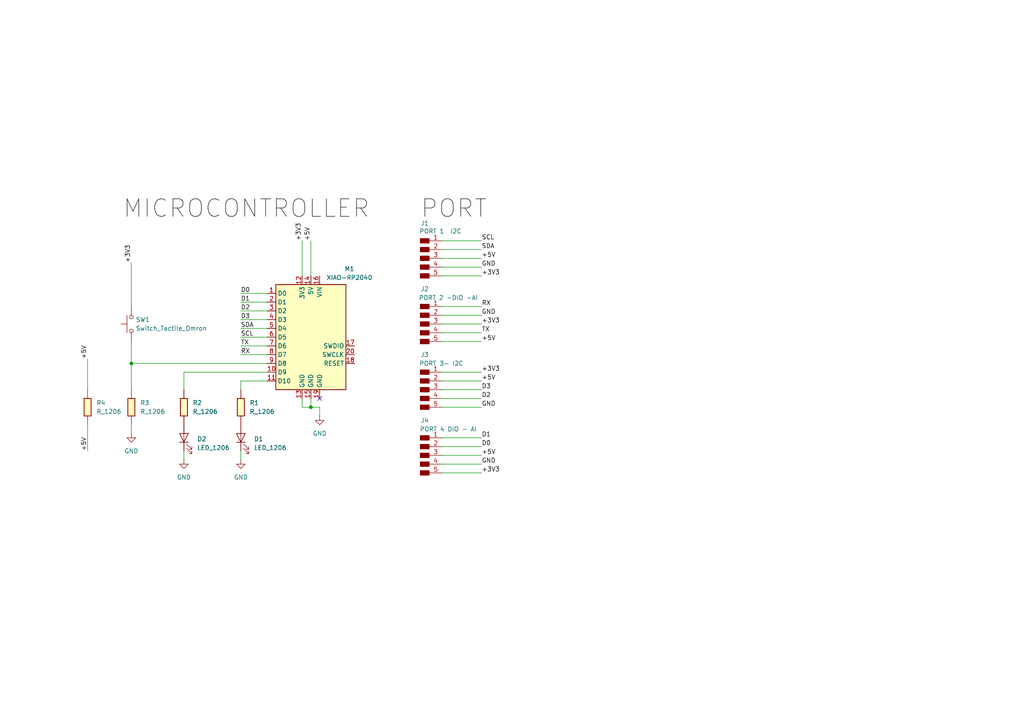
<source format=kicad_sch>
(kicad_sch (version 20250114) (generator "eeschema") (generator_version "9.0")
  (paper "A4")
  (lib_symbols
    (symbol "fab:LED_1206" (pin_numbers (hide yes)) (pin_names (offset 1.016) (hide yes))
      (property "Reference" "D" (at 0 2.54 0))
      (property "Value" "LED_1206" (at 0 -2.54 0))
      (symbol "LED_1206_0_1"
        (polyline (pts (xy -3.048 -0.762) (xy -4.572 -2.286) (xy -3.81 -2.286) (xy -4.572 -2.286) (xy -4.572 -1.524)))
        (polyline (pts (xy -1.778 -0.762) (xy -3.302 -2.286) (xy -2.54 -2.286) (xy -3.302 -2.286) (xy -3.302 -1.524)))
        (polyline (pts (xy -1.27 0) (xy 1.27 0)))
        (polyline (pts (xy -1.27 -1.27) (xy -1.27 1.27)) (stroke (width 0.2032)))
        (polyline (pts (xy 1.27 -1.27) (xy 1.27 1.27) (xy -1.27 0) (xy 1.27 -1.27)) (stroke (width 0.2032)))
      )
      (symbol "LED_1206_1_1"
        (pin passive line (at -3.81 0 0) (length 2.54) (name "K") (number "1"))
        (pin passive line (at 3.81 0 180) (length 2.54) (name "A") (number "2"))
      )
    )
    (symbol "fab:Module_XIAO-RP2040"
      (property "Reference" "M" (at -10.16 16.51 0))
      (property "Value" "Module_XIAO-RP2040" (at 3.81 16.51 0))
      (symbol "Module_XIAO-RP2040_1_1"
        (rectangle (start -10.16 15.24) (end 10.16 -15.24) (stroke (width 0.254)) (fill (type background)))
        (pin bidirectional line (at -12.7 12.7 0) (length 2.54) (name "D0") (number "1"))
        (pin bidirectional line (at -12.7 10.16 0) (length 2.54) (name "D1") (number "2"))
        (pin bidirectional line (at -12.7 7.62 0) (length 2.54) (name "D2") (number "3"))
        (pin bidirectional line (at -12.7 5.08 0) (length 2.54) (name "D3") (number "4"))
        (pin bidirectional line (at -12.7 2.54 0) (length 2.54) (name "D4") (number "5"))
        (pin bidirectional line (at -12.7 0 0) (length 2.54) (name "D5") (number "6"))
        (pin bidirectional line (at -12.7 -2.54 0) (length 2.54) (name "D6") (number "7"))
        (pin bidirectional line (at -12.7 -5.08 0) (length 2.54) (name "D7") (number "8"))
        (pin bidirectional line (at -12.7 -7.62 0) (length 2.54) (name "D8") (number "9"))
        (pin bidirectional line (at -12.7 -10.16 0) (length 2.54) (name "D9") (number "10"))
        (pin bidirectional line (at -12.7 -12.7 0) (length 2.54) (name "D10") (number "11"))
        (pin power_in line (at -2.54 17.78 270) (length 2.54) (name "3V3") (number "12"))
        (pin power_in line (at -2.54 -17.78 90) (length 2.54) (name "GND") (number "13"))
        (pin power_in line (at 0 17.78 270) (length 2.54) (name "5V") (number "14"))
        (pin power_in line (at 0 -17.78 90) (length 2.54) (name "GND") (number "15"))
        (pin power_in line (at 2.54 17.78 270) (length 2.54) (name "VIN") (number "16"))
        (pin power_in line (at 2.54 -17.78 90) (length 2.54) (name "GND") (number "19"))
        (pin bidirectional line (at 12.7 -2.54 180) (length 2.54) (name "SWDIO") (number "17"))
        (pin input line (at 12.7 -5.08 180) (length 2.54) (name "SWCLK") (number "20"))
        (pin input line (at 12.7 -7.62 180) (length 2.54) (name "RESET") (number "18"))
      )
    )
    (symbol "fab:PinHeader_01x05_P2.54mm_Horizontal_SMD" (pin_names (hide yes))
      (property "Reference" "J" (at 0 7.62 0))
      (property "Value" "PinHeader_01x05_P2.54mm_Horizontal_SMD" (at 0 -7.62 0))
      (symbol "PinHeader_01x05_P2.54mm_Horizontal_SMD_1_1"
        (rectangle (start -1.27 5.715) (end 1.27 4.445) (stroke (width 0.254)) (fill (type outline)))
        (rectangle (start -1.27 3.175) (end 1.27 1.905) (stroke (width 0.254)) (fill (type outline)))
        (rectangle (start -1.27 0.635) (end 1.27 -0.635) (stroke (width 0.254)) (fill (type outline)))
        (rectangle (start -1.27 -1.905) (end 1.27 -3.175) (stroke (width 0.254)) (fill (type outline)))
        (rectangle (start -1.27 -4.445) (end 1.27 -5.715) (stroke (width 0.254)) (fill (type outline)))
        (pin passive line (at 5.08 5.08 180) (length 3.81) (name "Pin_1") (number "1"))
        (pin passive line (at 5.08 2.54 180) (length 3.81) (name "Pin_2") (number "2"))
        (pin passive line (at 5.08 0 180) (length 3.81) (name "Pin_3") (number "3"))
        (pin passive line (at 5.08 -2.54 180) (length 3.81) (name "Pin_4") (number "4"))
        (pin passive line (at 5.08 -5.08 180) (length 3.81) (name "Pin_5") (number "5"))
      )
    )
    (symbol "fab:R_1206" (pin_numbers (hide yes)) (pin_names (offset 0))
      (property "Reference" "R" (at 2.54 0 90))
      (property "Value" "R_1206" (at -2.54 0 90))
      (symbol "R_1206_0_1"
        (rectangle (start -1.016 -2.54) (end 1.016 2.54) (stroke (width 0.254)) (fill (type background)))
      )
      (symbol "R_1206_1_1"
        (pin passive line (at 0 5.08 270) (length 2.54) (name "~") (number "1"))
        (pin passive line (at 0 -5.08 90) (length 2.54) (name "~") (number "2"))
      )
    )
    (symbol "fab:Switch_Tactile_Omron" (pin_numbers (hide yes)) (pin_names (offset 1.016) (hide yes))
      (property "Reference" "SW" (at 1.27 2.54 0))
      (property "Value" "Switch_Tactile_Omron" (at 0 -1.524 0))
      (symbol "Switch_Tactile_Omron_0_1"
        (circle (center -2.032 0) (radius 0.508))
        (polyline (pts (xy 0 1.27) (xy 0 3.048)))
        (circle (center 2.032 0) (radius 0.508))
        (polyline (pts (xy 2.54 1.27) (xy -2.54 1.27)))
        (pin passive line (at -5.08 0 0) (length 2.54) (name "1") (number "1"))
        (pin passive line (at 5.08 0 180) (length 2.54) (name "2") (number "2"))
      )
    )
    (symbol "power:GND" (power) (pin_numbers (hide yes)) (pin_names (offset 0) (hide yes))
      (property "Value" "GND" (at 0 -3.81 0))
      (symbol "GND_0_1"
        (polyline (pts (xy 0 0) (xy 0 -1.27) (xy 1.27 -1.27) (xy 0 -2.54) (xy -1.27 -1.27) (xy 0 -1.27)))
      )
      (symbol "GND_1_1"
        (pin power_in line (at 0 0 270) (length 0) (name "~") (number "1"))
      )
    )
  )
  (junction (at 38.1 105.41))
  (junction (at 90.17 118.11))
  (no_connect (at 92.71 115.57))
  (wire (pts (xy 128.27 77.47) (xy 139.7 77.47)))
  (wire (pts (xy 128.27 107.95) (xy 139.7 107.95)))
  (wire (pts (xy 128.27 118.11) (xy 139.7 118.11)))
  (wire (pts (xy 69.85 113.03) (xy 69.85 110.49)))
  (wire (pts (xy 38.1 125.73) (xy 38.1 123.19)))
  (wire (pts (xy 128.27 72.39) (xy 139.7 72.39)))
  (wire (pts (xy 69.85 85.09) (xy 77.47 85.09)))
  (wire (pts (xy 25.4 104.14) (xy 25.4 113.03)))
  (wire (pts (xy 53.34 107.95) (xy 53.34 113.03)))
  (wire (pts (xy 128.27 96.52) (xy 139.7 96.52)))
  (wire (pts (xy 128.27 134.62) (xy 139.7 134.62)))
  (wire (pts (xy 69.85 90.17) (xy 77.47 90.17)))
  (wire (pts (xy 69.85 92.71) (xy 77.47 92.71)))
  (wire (pts (xy 128.27 127) (xy 139.7 127)))
  (wire (pts (xy 69.85 130.81) (xy 69.85 133.35)))
  (wire (pts (xy 69.85 87.63) (xy 77.47 87.63)))
  (wire (pts (xy 69.85 102.87) (xy 77.47 102.87)))
  (wire (pts (xy 128.27 93.98) (xy 139.7 93.98)))
  (wire (pts (xy 128.27 115.57) (xy 139.7 115.57)))
  (wire (pts (xy 128.27 69.85) (xy 139.7 69.85)))
  (wire (pts (xy 128.27 99.06) (xy 139.7 99.06)))
  (wire (pts (xy 69.85 95.25) (xy 77.47 95.25)))
  (wire (pts (xy 25.4 130.81) (xy 25.4 123.19)))
  (wire (pts (xy 128.27 132.08) (xy 139.7 132.08)))
  (wire (pts (xy 87.63 115.57) (xy 87.63 118.11)))
  (wire (pts (xy 128.27 113.03) (xy 139.7 113.03)))
  (wire (pts (xy 53.34 130.81) (xy 53.34 133.35)))
  (wire (pts (xy 128.27 74.93) (xy 139.7 74.93)))
  (wire (pts (xy 87.63 118.11) (xy 90.17 118.11)))
  (wire (pts (xy 128.27 129.54) (xy 139.7 129.54)))
  (wire (pts (xy 69.85 100.33) (xy 77.47 100.33)))
  (wire (pts (xy 77.47 107.95) (xy 53.34 107.95)))
  (wire (pts (xy 38.1 76.2) (xy 38.1 88.9)))
  (wire (pts (xy 90.17 118.11) (xy 92.71 118.11)))
  (wire (pts (xy 90.17 69.85) (xy 90.17 80.01)))
  (wire (pts (xy 128.27 110.49) (xy 139.7 110.49)))
  (wire (pts (xy 128.27 88.9) (xy 139.7 88.9)))
  (wire (pts (xy 38.1 99.06) (xy 38.1 105.41)))
  (wire (pts (xy 69.85 110.49) (xy 77.47 110.49)))
  (wire (pts (xy 69.85 97.79) (xy 77.47 97.79)))
  (wire (pts (xy 128.27 137.16) (xy 139.7 137.16)))
  (wire (pts (xy 77.47 105.41) (xy 38.1 105.41)))
  (wire (pts (xy 38.1 105.41) (xy 38.1 113.03)))
  (wire (pts (xy 92.71 118.11) (xy 92.71 120.65)))
  (wire (pts (xy 128.27 80.01) (xy 139.7 80.01)))
  (wire (pts (xy 128.27 91.44) (xy 139.7 91.44)))
  (wire (pts (xy 90.17 115.57) (xy 90.17 118.11)))
  (wire (pts (xy 87.63 69.85) (xy 87.63 80.01)))
  (label "+3V3" (at 139.7 93.98 0))
  (label "MICROCONTROLLER" (at 35.56 64.77 0) (effects (font (size 5.08 5.08))))
  (label "SDA" (at 139.7 72.39 0))
  (label "D1" (at 69.85 87.63 0))
  (label "GND" (at 139.7 134.62 0))
  (label "+5V" (at 139.7 74.93 0))
  (label "D0" (at 69.85 85.09 0))
  (label "SDA" (at 69.85 95.25 0))
  (label "D3" (at 139.7 113.03 0))
  (label "SCL" (at 69.85 97.79 0))
  (label "+3V3" (at 139.7 80.01 0))
  (label "D3" (at 69.85 92.71 0))
  (label "TX" (at 69.85 100.33 0))
  (label "GND" (at 139.7 77.47 0))
  (label "+5V" (at 25.4 104.14 90))
  (label "+5V" (at 90.17 69.85 90))
  (label "TX" (at 139.7 96.52 0))
  (label "+5V" (at 25.4 130.81 90))
  (label "+3V3" (at 38.1 76.2 90))
  (label "GND" (at 139.7 91.44 0))
  (label "D1" (at 139.7 127 0))
  (label "D2" (at 139.7 115.57 0))
  (label "+5V" (at 139.7 110.49 0))
  (label "D2" (at 69.85 90.17 0))
  (label "PORT" (at 121.92 64.77 0) (effects (font (size 5.08 5.08))))
  (label "RX" (at 69.85 102.87 0))
  (label "GND" (at 139.7 118.11 0))
  (label "+5V" (at 139.7 132.08 0))
  (label "+3V3" (at 87.63 69.85 90))
  (label "SCL" (at 139.7 69.85 0))
  (label "D0" (at 139.7 129.54 0))
  (label "RX" (at 139.7 88.9 0))
  (label "+3V3" (at 139.7 107.95 0))
  (label "+5V" (at 139.7 99.06 0))
  (label "+3V3" (at 139.7 137.16 0))
  (symbol (lib_id "fab:Switch_Tactile_Omron") (at 38.1 93.98 90) (unit 1)
    (property "Reference" "SW1" (at 39.37 92.7099 90) (effects (justify right)))
    (property "Value" "Switch_Tactile_Omron" (at 39.37 95.2499 90) (effects (justify right)))
    (property "Footprint" "fab:Button_Omron_B3SN_6.0x6.0mm" (effects (hide yes)))
    (property "Datasheet" "https://omronfs.omron.com/en_US/ecb/products/pdf/en-b3sn.pdf" (effects (hide yes)))
    (property "Description" "Push button switch, Omron, B3SN, Sealed Tactile Switch (SMT), SPST-NO Top Actuated Surface Mount" (effects (hide yes)))
  )
  (symbol (lib_id "fab:Module_XIAO-RP2040") (at 90.17 97.79 0) (unit 1)
    (property "Reference" "M1" (at 101.346 77.978 0))
    (property "Value" "XIAO-RP2040" (at 101.346 80.518 0))
    (property "Footprint" "fab:SeeedStudio_XIAO_RP2040_m" (effects (hide yes)))
    (property "Datasheet" "https://wiki.seeedstudio.com/XIAO-RP2040/" (effects (hide yes)))
    (property "Description" "RP2040 XIAO RP2040 - ARM® Cortex®-M0+ MCU 32-Bit Embedded Evaluation Board" (effects (hide yes)))
  )
  (symbol (lib_id "fab:PinHeader_01x05_P2.54mm_Horizontal_SMD") (at 123.19 113.03 0) (unit 1)
    (property "Reference" "J3" (at 123.19 102.87 0))
    (property "Value" "PORT 3- I2C" (at 128.016 105.41 0))
    (property "Footprint" "fab:PinHeader_01x05_P2.54mm_Horizontal_SMD" (effects (hide yes)))
    (property "Description" "Male connector, single row" (effects (hide yes)))
  )
  (symbol (lib_id "fab:PinHeader_01x05_P2.54mm_Horizontal_SMD") (at 123.19 93.98 0) (unit 1)
    (property "Reference" "J2" (at 123.19 83.82 0))
    (property "Value" "PORT 2 -DIO -AI" (at 130.048 86.36 0))
    (property "Footprint" "fab:PinHeader_01x05_P2.54mm_Horizontal_SMD" (effects (hide yes)))
    (property "Description" "Male connector, single row" (effects (hide yes)))
  )
  (symbol (lib_id "power:GND") (at 38.1 125.73 0) (unit 1)
    (property "Reference" "#PWR04" (effects (hide yes)))
    (property "Value" "GND" (at 38.1 130.81 0))
    (property "Description" "Power symbol creates a global label with name \"GND\" , ground" (effects (hide yes)))
  )
  (symbol (lib_id "fab:R_1206") (at 53.34 118.11 0) (unit 1)
    (property "Reference" "R2" (at 55.88 116.8399 0) (effects (justify left)))
    (property "Value" "R_1206" (at 55.88 119.3799 0) (effects (justify left)))
    (property "Footprint" "fab:R_1206" (effects (hide yes)))
    (property "Description" "Resistor" (effects (hide yes)))
  )
  (symbol (lib_id "fab:PinHeader_01x05_P2.54mm_Horizontal_SMD") (at 123.19 74.93 0) (unit 1)
    (property "Reference" "J1" (at 123.19 64.77 0))
    (property "Value" "PORT 1  I2C" (at 127.762 67.056 0))
    (property "Footprint" "fab:PinHeader_01x05_P2.54mm_Horizontal_SMD" (effects (hide yes)))
    (property "Description" "Male connector, single row" (effects (hide yes)))
  )
  (symbol (lib_id "fab:R_1206") (at 69.85 118.11 0) (unit 1)
    (property "Reference" "R1" (at 72.39 116.8399 0) (effects (justify left)))
    (property "Value" "R_1206" (at 72.39 119.3799 0) (effects (justify left)))
    (property "Footprint" "fab:R_1206" (effects (hide yes)))
    (property "Description" "Resistor" (effects (hide yes)))
  )
  (symbol (lib_id "fab:PinHeader_01x05_P2.54mm_Horizontal_SMD") (at 123.19 132.08 0) (unit 1)
    (property "Reference" "J4" (at 123.19 121.92 0))
    (property "Value" "PORT 4 DIO - AI" (at 130.048 124.46 0))
    (property "Footprint" "fab:PinHeader_01x05_P2.54mm_Horizontal_SMD" (effects (hide yes)))
    (property "Description" "Male connector, single row" (effects (hide yes)))
  )
  (symbol (lib_id "fab:R_1206") (at 25.4 118.11 0) (unit 1)
    (property "Reference" "R4" (at 27.94 116.8399 0) (effects (justify left)))
    (property "Value" "R_1206" (at 27.94 119.3799 0) (effects (justify left)))
    (property "Footprint" "fab:R_1206" (effects (hide yes)))
    (property "Description" "Resistor" (effects (hide yes)))
  )
  (symbol (lib_id "fab:LED_1206") (at 69.85 127 90) (unit 1)
    (property "Reference" "D1" (at 73.66 127.3301 90) (effects (justify right)))
    (property "Value" "LED_1206" (at 73.66 129.8701 90) (effects (justify right)))
    (property "Footprint" "fab:LED_1206" (effects (hide yes)))
    (property "Datasheet" "https://optoelectronics.liteon.com/upload/download/DS-22-98-0002/LTST-C150CKT.pdf" (effects (hide yes)))
    (property "Description" "Light emitting diode, Lite-On Inc. LTST, SMD" (effects (hide yes)))
  )
  (symbol (lib_id "fab:LED_1206") (at 53.34 127 90) (unit 1)
    (property "Reference" "D2" (at 57.15 127.3301 90) (effects (justify right)))
    (property "Value" "LED_1206" (at 57.15 129.8701 90) (effects (justify right)))
    (property "Footprint" "fab:LED_1206" (effects (hide yes)))
    (property "Datasheet" "https://optoelectronics.liteon.com/upload/download/DS-22-98-0002/LTST-C150CKT.pdf" (effects (hide yes)))
    (property "Description" "Light emitting diode, Lite-On Inc. LTST, SMD" (effects (hide yes)))
  )
  (symbol (lib_id "power:GND") (at 53.34 133.35 0) (unit 1)
    (property "Reference" "#PWR03" (effects (hide yes)))
    (property "Value" "GND" (at 53.34 138.43 0))
    (property "Description" "Power symbol creates a global label with name \"GND\" , ground" (effects (hide yes)))
  )
  (symbol (lib_id "fab:R_1206") (at 38.1 118.11 0) (unit 1)
    (property "Reference" "R3" (at 40.64 116.8399 0) (effects (justify left)))
    (property "Value" "R_1206" (at 40.64 119.3799 0) (effects (justify left)))
    (property "Footprint" "fab:R_1206" (effects (hide yes)))
    (property "Description" "Resistor" (effects (hide yes)))
  )
  (symbol (lib_id "power:GND") (at 69.85 133.35 0) (unit 1)
    (property "Reference" "#PWR02" (effects (hide yes)))
    (property "Value" "GND" (at 69.85 138.43 0))
    (property "Description" "Power symbol creates a global label with name \"GND\" , ground" (effects (hide yes)))
  )
  (symbol (lib_id "power:GND") (at 92.71 120.65 0) (unit 1)
    (property "Reference" "#PWR01" (effects (hide yes)))
    (property "Value" "GND" (at 92.71 125.73 0))
    (property "Description" "Power symbol creates a global label with name \"GND\" , ground" (effects (hide yes)))
  )
)
</source>
